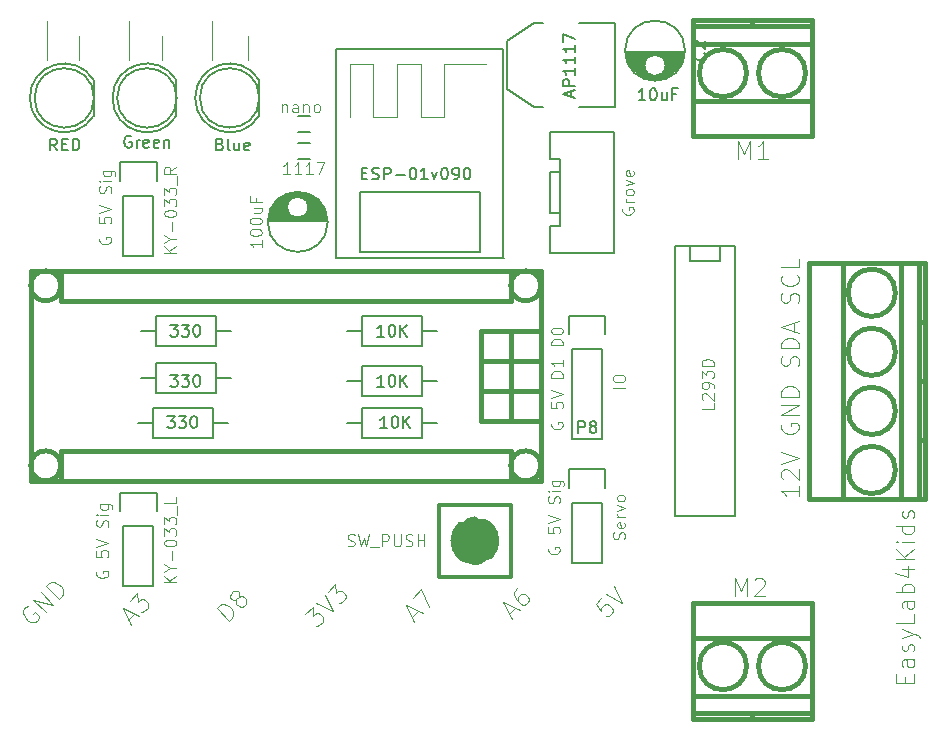
<source format=gto>
G04 #@! TF.FileFunction,Legend,Top*
%FSLAX46Y46*%
G04 Gerber Fmt 4.6, Leading zero omitted, Abs format (unit mm)*
G04 Created by KiCad (PCBNEW 4.0.3-stable) date 01/10/17 16:40:44*
%MOMM*%
%LPD*%
G01*
G04 APERTURE LIST*
%ADD10C,0.100000*%
%ADD11C,0.381000*%
%ADD12C,0.150000*%
%ADD13C,0.304800*%
%ADD14C,2.540000*%
%ADD15C,0.152400*%
G04 APERTURE END LIST*
D10*
X63857143Y-56452381D02*
X63285714Y-56452381D01*
X63571428Y-56452381D02*
X63571428Y-55452381D01*
X63476190Y-55595238D01*
X63380952Y-55690476D01*
X63285714Y-55738095D01*
X64809524Y-56452381D02*
X64238095Y-56452381D01*
X64523809Y-56452381D02*
X64523809Y-55452381D01*
X64428571Y-55595238D01*
X64333333Y-55690476D01*
X64238095Y-55738095D01*
X65761905Y-56452381D02*
X65190476Y-56452381D01*
X65476190Y-56452381D02*
X65476190Y-55452381D01*
X65380952Y-55595238D01*
X65285714Y-55690476D01*
X65190476Y-55738095D01*
X66095238Y-55452381D02*
X66761905Y-55452381D01*
X66333333Y-56452381D01*
X63178571Y-50535714D02*
X63178571Y-51202381D01*
X63178571Y-50630952D02*
X63226190Y-50583333D01*
X63321428Y-50535714D01*
X63464286Y-50535714D01*
X63559524Y-50583333D01*
X63607143Y-50678571D01*
X63607143Y-51202381D01*
X64511905Y-51202381D02*
X64511905Y-50678571D01*
X64464286Y-50583333D01*
X64369048Y-50535714D01*
X64178571Y-50535714D01*
X64083333Y-50583333D01*
X64511905Y-51154762D02*
X64416667Y-51202381D01*
X64178571Y-51202381D01*
X64083333Y-51154762D01*
X64035714Y-51059524D01*
X64035714Y-50964286D01*
X64083333Y-50869048D01*
X64178571Y-50821429D01*
X64416667Y-50821429D01*
X64511905Y-50773810D01*
X64988095Y-50535714D02*
X64988095Y-51202381D01*
X64988095Y-50630952D02*
X65035714Y-50583333D01*
X65130952Y-50535714D01*
X65273810Y-50535714D01*
X65369048Y-50583333D01*
X65416667Y-50678571D01*
X65416667Y-51202381D01*
X66035714Y-51202381D02*
X65940476Y-51154762D01*
X65892857Y-51107143D01*
X65845238Y-51011905D01*
X65845238Y-50726190D01*
X65892857Y-50630952D01*
X65940476Y-50583333D01*
X66035714Y-50535714D01*
X66178572Y-50535714D01*
X66273810Y-50583333D01*
X66321429Y-50630952D01*
X66369048Y-50726190D01*
X66369048Y-51011905D01*
X66321429Y-51107143D01*
X66273810Y-51154762D01*
X66178572Y-51202381D01*
X66035714Y-51202381D01*
X57250000Y-46750000D02*
X57250000Y-43500000D01*
X60250000Y-44750000D02*
X60250000Y-46750000D01*
X53000000Y-44750000D02*
X53000000Y-46750000D01*
X50250000Y-46750000D02*
X50250000Y-43500000D01*
X46000000Y-46250000D02*
X46000000Y-46750000D01*
X46000000Y-44750000D02*
X46000000Y-46250000D01*
X43250000Y-46750000D02*
X43250000Y-43500000D01*
X106928571Y-82857142D02*
X106928571Y-83714285D01*
X106928571Y-83285713D02*
X105428571Y-83285713D01*
X105642857Y-83428570D01*
X105785714Y-83571428D01*
X105857143Y-83714285D01*
X105571429Y-82285714D02*
X105500000Y-82214285D01*
X105428571Y-82071428D01*
X105428571Y-81714285D01*
X105500000Y-81571428D01*
X105571429Y-81499999D01*
X105714286Y-81428571D01*
X105857143Y-81428571D01*
X106071429Y-81499999D01*
X106928571Y-82357142D01*
X106928571Y-81428571D01*
X105428571Y-81000000D02*
X106928571Y-80500000D01*
X105428571Y-80000000D01*
X105500000Y-77571429D02*
X105428571Y-77714286D01*
X105428571Y-77928572D01*
X105500000Y-78142857D01*
X105642857Y-78285715D01*
X105785714Y-78357143D01*
X106071429Y-78428572D01*
X106285714Y-78428572D01*
X106571429Y-78357143D01*
X106714286Y-78285715D01*
X106857143Y-78142857D01*
X106928571Y-77928572D01*
X106928571Y-77785715D01*
X106857143Y-77571429D01*
X106785714Y-77500000D01*
X106285714Y-77500000D01*
X106285714Y-77785715D01*
X106928571Y-76857143D02*
X105428571Y-76857143D01*
X106928571Y-76000000D01*
X105428571Y-76000000D01*
X106928571Y-75285714D02*
X105428571Y-75285714D01*
X105428571Y-74928571D01*
X105500000Y-74714286D01*
X105642857Y-74571428D01*
X105785714Y-74500000D01*
X106071429Y-74428571D01*
X106285714Y-74428571D01*
X106571429Y-74500000D01*
X106714286Y-74571428D01*
X106857143Y-74714286D01*
X106928571Y-74928571D01*
X106928571Y-75285714D01*
X106857143Y-72714286D02*
X106928571Y-72500000D01*
X106928571Y-72142857D01*
X106857143Y-72000000D01*
X106785714Y-71928571D01*
X106642857Y-71857143D01*
X106500000Y-71857143D01*
X106357143Y-71928571D01*
X106285714Y-72000000D01*
X106214286Y-72142857D01*
X106142857Y-72428571D01*
X106071429Y-72571429D01*
X106000000Y-72642857D01*
X105857143Y-72714286D01*
X105714286Y-72714286D01*
X105571429Y-72642857D01*
X105500000Y-72571429D01*
X105428571Y-72428571D01*
X105428571Y-72071429D01*
X105500000Y-71857143D01*
X106928571Y-71214286D02*
X105428571Y-71214286D01*
X105428571Y-70857143D01*
X105500000Y-70642858D01*
X105642857Y-70500000D01*
X105785714Y-70428572D01*
X106071429Y-70357143D01*
X106285714Y-70357143D01*
X106571429Y-70428572D01*
X106714286Y-70500000D01*
X106857143Y-70642858D01*
X106928571Y-70857143D01*
X106928571Y-71214286D01*
X106500000Y-69785715D02*
X106500000Y-69071429D01*
X106928571Y-69928572D02*
X105428571Y-69428572D01*
X106928571Y-68928572D01*
X106857143Y-67357144D02*
X106928571Y-67142858D01*
X106928571Y-66785715D01*
X106857143Y-66642858D01*
X106785714Y-66571429D01*
X106642857Y-66500001D01*
X106500000Y-66500001D01*
X106357143Y-66571429D01*
X106285714Y-66642858D01*
X106214286Y-66785715D01*
X106142857Y-67071429D01*
X106071429Y-67214287D01*
X106000000Y-67285715D01*
X105857143Y-67357144D01*
X105714286Y-67357144D01*
X105571429Y-67285715D01*
X105500000Y-67214287D01*
X105428571Y-67071429D01*
X105428571Y-66714287D01*
X105500000Y-66500001D01*
X106785714Y-65000001D02*
X106857143Y-65071430D01*
X106928571Y-65285716D01*
X106928571Y-65428573D01*
X106857143Y-65642858D01*
X106714286Y-65785716D01*
X106571429Y-65857144D01*
X106285714Y-65928573D01*
X106071429Y-65928573D01*
X105785714Y-65857144D01*
X105642857Y-65785716D01*
X105500000Y-65642858D01*
X105428571Y-65428573D01*
X105428571Y-65285716D01*
X105500000Y-65071430D01*
X105571429Y-65000001D01*
X106928571Y-63642858D02*
X106928571Y-64357144D01*
X105428571Y-64357144D01*
X90217132Y-92371192D02*
X89712056Y-92876268D01*
X90166624Y-93431852D01*
X90166625Y-93330837D01*
X90217132Y-93179314D01*
X90469671Y-92926776D01*
X90621194Y-92876269D01*
X90722209Y-92876268D01*
X90873731Y-92926776D01*
X91126269Y-93179314D01*
X91176777Y-93330837D01*
X91176777Y-93431852D01*
X91126269Y-93583375D01*
X90873731Y-93835913D01*
X90722209Y-93886421D01*
X90621193Y-93886421D01*
X90570685Y-92017639D02*
X91984899Y-92724746D01*
X91277792Y-91310532D01*
X82419163Y-93684391D02*
X82924239Y-93179314D01*
X82621193Y-94088451D02*
X81914086Y-92674238D01*
X83328300Y-93381345D01*
X83075762Y-91512562D02*
X82873731Y-91714593D01*
X82823224Y-91866116D01*
X82823224Y-91967132D01*
X82873731Y-92219669D01*
X83025254Y-92472208D01*
X83429315Y-92876269D01*
X83580838Y-92926776D01*
X83681853Y-92926777D01*
X83833376Y-92876268D01*
X84035407Y-92674238D01*
X84085914Y-92522715D01*
X84085914Y-92421700D01*
X84035407Y-92270177D01*
X83782868Y-92017639D01*
X83631346Y-91967131D01*
X83530331Y-91967132D01*
X83378808Y-92017639D01*
X83176777Y-92219669D01*
X83126269Y-92371193D01*
X83126269Y-92472207D01*
X83176777Y-92623731D01*
X58696955Y-94262690D02*
X57636294Y-93202030D01*
X57888833Y-92949491D01*
X58090863Y-92848477D01*
X58292894Y-92848476D01*
X58444416Y-92898984D01*
X58696955Y-93050507D01*
X58848478Y-93202030D01*
X59000001Y-93454569D01*
X59050509Y-93606091D01*
X59050508Y-93808122D01*
X58949493Y-94010152D01*
X58696955Y-94262690D01*
X59303047Y-92444416D02*
X59151523Y-92494924D01*
X59050508Y-92494923D01*
X58898985Y-92444416D01*
X58848478Y-92393908D01*
X58797970Y-92242385D01*
X58797970Y-92141370D01*
X58848478Y-91989846D01*
X59050508Y-91787816D01*
X59202031Y-91737309D01*
X59303047Y-91737309D01*
X59454569Y-91787817D01*
X59505076Y-91838324D01*
X59555584Y-91989846D01*
X59555584Y-92090862D01*
X59505077Y-92242385D01*
X59303047Y-92444416D01*
X59252538Y-92595939D01*
X59252539Y-92696954D01*
X59303046Y-92848477D01*
X59505076Y-93050507D01*
X59656600Y-93101014D01*
X59757615Y-93101015D01*
X59909138Y-93050507D01*
X60111168Y-92848476D01*
X60161676Y-92696954D01*
X60161676Y-92595938D01*
X60111168Y-92444416D01*
X59909138Y-92242385D01*
X59757615Y-92191877D01*
X59656600Y-92191877D01*
X59505077Y-92242385D01*
X41661548Y-93027792D02*
X41510025Y-93078299D01*
X41358502Y-93229822D01*
X41257487Y-93431852D01*
X41257487Y-93633883D01*
X41307995Y-93785406D01*
X41459518Y-94037945D01*
X41611040Y-94189467D01*
X41863579Y-94340990D01*
X42015101Y-94391498D01*
X42217132Y-94391497D01*
X42419162Y-94290482D01*
X42520177Y-94189467D01*
X42621193Y-93987437D01*
X42621193Y-93886421D01*
X42267640Y-93532868D01*
X42065609Y-93734899D01*
X43176777Y-93532868D02*
X42116117Y-92472207D01*
X43782868Y-92926776D01*
X42722208Y-91866116D01*
X44287945Y-92421700D02*
X43227285Y-91361039D01*
X43479823Y-91108501D01*
X43681853Y-91007487D01*
X43883884Y-91007486D01*
X44035407Y-91057994D01*
X44287946Y-91209517D01*
X44439468Y-91361039D01*
X44590991Y-91613578D01*
X44641499Y-91765101D01*
X44641498Y-91967132D01*
X44540483Y-92169161D01*
X44287945Y-92421700D01*
X74169163Y-93934391D02*
X74674239Y-93429314D01*
X74371193Y-94338451D02*
X73664086Y-92924238D01*
X75078300Y-93631345D01*
X74270178Y-92318146D02*
X74977285Y-91611039D01*
X75583376Y-93126268D01*
X50169163Y-94184391D02*
X50674239Y-93679314D01*
X50371193Y-94588451D02*
X49664086Y-93174238D01*
X51078300Y-93881345D01*
X50270178Y-92568146D02*
X50926777Y-91911547D01*
X50977285Y-92669162D01*
X51128808Y-92517639D01*
X51280331Y-92467132D01*
X51381346Y-92467131D01*
X51532868Y-92517639D01*
X51785407Y-92770177D01*
X51835914Y-92921700D01*
X51835914Y-93022715D01*
X51785407Y-93174238D01*
X51482360Y-93477284D01*
X51330838Y-93527792D01*
X51229823Y-93527791D01*
X65105964Y-93732360D02*
X65762563Y-93075761D01*
X65813071Y-93833376D01*
X65964594Y-93681852D01*
X66116117Y-93631345D01*
X66217132Y-93631345D01*
X66368655Y-93681852D01*
X66621193Y-93934391D01*
X66671701Y-94085913D01*
X66671701Y-94186929D01*
X66621193Y-94338451D01*
X66318147Y-94641497D01*
X66166624Y-94692005D01*
X66065609Y-94692005D01*
X66065609Y-92772715D02*
X67479822Y-93479822D01*
X66772715Y-92065609D01*
X67025254Y-91813070D02*
X67681852Y-91156472D01*
X67732360Y-91914086D01*
X67883883Y-91762563D01*
X68035407Y-91712056D01*
X68136422Y-91712055D01*
X68287944Y-91762563D01*
X68540482Y-92015101D01*
X68590990Y-92166624D01*
X68590990Y-92267640D01*
X68540482Y-92419162D01*
X68237436Y-92722208D01*
X68085914Y-92772716D01*
X67984899Y-92772715D01*
X86000000Y-77488095D02*
X85952381Y-77583333D01*
X85952381Y-77726190D01*
X86000000Y-77869048D01*
X86095238Y-77964286D01*
X86190476Y-78011905D01*
X86380952Y-78059524D01*
X86523810Y-78059524D01*
X86714286Y-78011905D01*
X86809524Y-77964286D01*
X86904762Y-77869048D01*
X86952381Y-77726190D01*
X86952381Y-77630952D01*
X86904762Y-77488095D01*
X86857143Y-77440476D01*
X86523810Y-77440476D01*
X86523810Y-77630952D01*
X85952381Y-75773809D02*
X85952381Y-76250000D01*
X86428571Y-76297619D01*
X86380952Y-76250000D01*
X86333333Y-76154762D01*
X86333333Y-75916666D01*
X86380952Y-75821428D01*
X86428571Y-75773809D01*
X86523810Y-75726190D01*
X86761905Y-75726190D01*
X86857143Y-75773809D01*
X86904762Y-75821428D01*
X86952381Y-75916666D01*
X86952381Y-76154762D01*
X86904762Y-76250000D01*
X86857143Y-76297619D01*
X85952381Y-75440476D02*
X86952381Y-75107143D01*
X85952381Y-74773809D01*
X86952381Y-73678571D02*
X85952381Y-73678571D01*
X85952381Y-73440476D01*
X86000000Y-73297618D01*
X86095238Y-73202380D01*
X86190476Y-73154761D01*
X86380952Y-73107142D01*
X86523810Y-73107142D01*
X86714286Y-73154761D01*
X86809524Y-73202380D01*
X86904762Y-73297618D01*
X86952381Y-73440476D01*
X86952381Y-73678571D01*
X86952381Y-72154761D02*
X86952381Y-72726190D01*
X86952381Y-72440476D02*
X85952381Y-72440476D01*
X86095238Y-72535714D01*
X86190476Y-72630952D01*
X86238095Y-72726190D01*
X86952381Y-70964285D02*
X85952381Y-70964285D01*
X85952381Y-70726190D01*
X86000000Y-70583332D01*
X86095238Y-70488094D01*
X86190476Y-70440475D01*
X86380952Y-70392856D01*
X86523810Y-70392856D01*
X86714286Y-70440475D01*
X86809524Y-70488094D01*
X86904762Y-70583332D01*
X86952381Y-70726190D01*
X86952381Y-70964285D01*
X85952381Y-69773809D02*
X85952381Y-69678570D01*
X86000000Y-69583332D01*
X86047619Y-69535713D01*
X86142857Y-69488094D01*
X86333333Y-69440475D01*
X86571429Y-69440475D01*
X86761905Y-69488094D01*
X86857143Y-69535713D01*
X86904762Y-69583332D01*
X86952381Y-69678570D01*
X86952381Y-69773809D01*
X86904762Y-69869047D01*
X86857143Y-69916666D01*
X86761905Y-69964285D01*
X86571429Y-70011904D01*
X86333333Y-70011904D01*
X86142857Y-69964285D01*
X86047619Y-69916666D01*
X86000000Y-69869047D01*
X85952381Y-69773809D01*
X85750000Y-88071428D02*
X85702381Y-88166666D01*
X85702381Y-88309523D01*
X85750000Y-88452381D01*
X85845238Y-88547619D01*
X85940476Y-88595238D01*
X86130952Y-88642857D01*
X86273810Y-88642857D01*
X86464286Y-88595238D01*
X86559524Y-88547619D01*
X86654762Y-88452381D01*
X86702381Y-88309523D01*
X86702381Y-88214285D01*
X86654762Y-88071428D01*
X86607143Y-88023809D01*
X86273810Y-88023809D01*
X86273810Y-88214285D01*
X85702381Y-86357142D02*
X85702381Y-86833333D01*
X86178571Y-86880952D01*
X86130952Y-86833333D01*
X86083333Y-86738095D01*
X86083333Y-86499999D01*
X86130952Y-86404761D01*
X86178571Y-86357142D01*
X86273810Y-86309523D01*
X86511905Y-86309523D01*
X86607143Y-86357142D01*
X86654762Y-86404761D01*
X86702381Y-86499999D01*
X86702381Y-86738095D01*
X86654762Y-86833333D01*
X86607143Y-86880952D01*
X85702381Y-86023809D02*
X86702381Y-85690476D01*
X85702381Y-85357142D01*
X86654762Y-84309523D02*
X86702381Y-84166666D01*
X86702381Y-83928570D01*
X86654762Y-83833332D01*
X86607143Y-83785713D01*
X86511905Y-83738094D01*
X86416667Y-83738094D01*
X86321429Y-83785713D01*
X86273810Y-83833332D01*
X86226190Y-83928570D01*
X86178571Y-84119047D01*
X86130952Y-84214285D01*
X86083333Y-84261904D01*
X85988095Y-84309523D01*
X85892857Y-84309523D01*
X85797619Y-84261904D01*
X85750000Y-84214285D01*
X85702381Y-84119047D01*
X85702381Y-83880951D01*
X85750000Y-83738094D01*
X86702381Y-83309523D02*
X86035714Y-83309523D01*
X85702381Y-83309523D02*
X85750000Y-83357142D01*
X85797619Y-83309523D01*
X85750000Y-83261904D01*
X85702381Y-83309523D01*
X85797619Y-83309523D01*
X86035714Y-82404761D02*
X86845238Y-82404761D01*
X86940476Y-82452380D01*
X86988095Y-82499999D01*
X87035714Y-82595238D01*
X87035714Y-82738095D01*
X86988095Y-82833333D01*
X86654762Y-82404761D02*
X86702381Y-82499999D01*
X86702381Y-82690476D01*
X86654762Y-82785714D01*
X86607143Y-82833333D01*
X86511905Y-82880952D01*
X86226190Y-82880952D01*
X86130952Y-82833333D01*
X86083333Y-82785714D01*
X86035714Y-82690476D01*
X86035714Y-82499999D01*
X86083333Y-82404761D01*
X47500000Y-90071428D02*
X47452381Y-90166666D01*
X47452381Y-90309523D01*
X47500000Y-90452381D01*
X47595238Y-90547619D01*
X47690476Y-90595238D01*
X47880952Y-90642857D01*
X48023810Y-90642857D01*
X48214286Y-90595238D01*
X48309524Y-90547619D01*
X48404762Y-90452381D01*
X48452381Y-90309523D01*
X48452381Y-90214285D01*
X48404762Y-90071428D01*
X48357143Y-90023809D01*
X48023810Y-90023809D01*
X48023810Y-90214285D01*
X47452381Y-88357142D02*
X47452381Y-88833333D01*
X47928571Y-88880952D01*
X47880952Y-88833333D01*
X47833333Y-88738095D01*
X47833333Y-88499999D01*
X47880952Y-88404761D01*
X47928571Y-88357142D01*
X48023810Y-88309523D01*
X48261905Y-88309523D01*
X48357143Y-88357142D01*
X48404762Y-88404761D01*
X48452381Y-88499999D01*
X48452381Y-88738095D01*
X48404762Y-88833333D01*
X48357143Y-88880952D01*
X47452381Y-88023809D02*
X48452381Y-87690476D01*
X47452381Y-87357142D01*
X48404762Y-86309523D02*
X48452381Y-86166666D01*
X48452381Y-85928570D01*
X48404762Y-85833332D01*
X48357143Y-85785713D01*
X48261905Y-85738094D01*
X48166667Y-85738094D01*
X48071429Y-85785713D01*
X48023810Y-85833332D01*
X47976190Y-85928570D01*
X47928571Y-86119047D01*
X47880952Y-86214285D01*
X47833333Y-86261904D01*
X47738095Y-86309523D01*
X47642857Y-86309523D01*
X47547619Y-86261904D01*
X47500000Y-86214285D01*
X47452381Y-86119047D01*
X47452381Y-85880951D01*
X47500000Y-85738094D01*
X48452381Y-85309523D02*
X47785714Y-85309523D01*
X47452381Y-85309523D02*
X47500000Y-85357142D01*
X47547619Y-85309523D01*
X47500000Y-85261904D01*
X47452381Y-85309523D01*
X47547619Y-85309523D01*
X47785714Y-84404761D02*
X48595238Y-84404761D01*
X48690476Y-84452380D01*
X48738095Y-84499999D01*
X48785714Y-84595238D01*
X48785714Y-84738095D01*
X48738095Y-84833333D01*
X48404762Y-84404761D02*
X48452381Y-84499999D01*
X48452381Y-84690476D01*
X48404762Y-84785714D01*
X48357143Y-84833333D01*
X48261905Y-84880952D01*
X47976190Y-84880952D01*
X47880952Y-84833333D01*
X47833333Y-84785714D01*
X47785714Y-84690476D01*
X47785714Y-84499999D01*
X47833333Y-84404761D01*
X47750000Y-61821428D02*
X47702381Y-61916666D01*
X47702381Y-62059523D01*
X47750000Y-62202381D01*
X47845238Y-62297619D01*
X47940476Y-62345238D01*
X48130952Y-62392857D01*
X48273810Y-62392857D01*
X48464286Y-62345238D01*
X48559524Y-62297619D01*
X48654762Y-62202381D01*
X48702381Y-62059523D01*
X48702381Y-61964285D01*
X48654762Y-61821428D01*
X48607143Y-61773809D01*
X48273810Y-61773809D01*
X48273810Y-61964285D01*
X47702381Y-60107142D02*
X47702381Y-60583333D01*
X48178571Y-60630952D01*
X48130952Y-60583333D01*
X48083333Y-60488095D01*
X48083333Y-60249999D01*
X48130952Y-60154761D01*
X48178571Y-60107142D01*
X48273810Y-60059523D01*
X48511905Y-60059523D01*
X48607143Y-60107142D01*
X48654762Y-60154761D01*
X48702381Y-60249999D01*
X48702381Y-60488095D01*
X48654762Y-60583333D01*
X48607143Y-60630952D01*
X47702381Y-59773809D02*
X48702381Y-59440476D01*
X47702381Y-59107142D01*
X48654762Y-58059523D02*
X48702381Y-57916666D01*
X48702381Y-57678570D01*
X48654762Y-57583332D01*
X48607143Y-57535713D01*
X48511905Y-57488094D01*
X48416667Y-57488094D01*
X48321429Y-57535713D01*
X48273810Y-57583332D01*
X48226190Y-57678570D01*
X48178571Y-57869047D01*
X48130952Y-57964285D01*
X48083333Y-58011904D01*
X47988095Y-58059523D01*
X47892857Y-58059523D01*
X47797619Y-58011904D01*
X47750000Y-57964285D01*
X47702381Y-57869047D01*
X47702381Y-57630951D01*
X47750000Y-57488094D01*
X48702381Y-57059523D02*
X48035714Y-57059523D01*
X47702381Y-57059523D02*
X47750000Y-57107142D01*
X47797619Y-57059523D01*
X47750000Y-57011904D01*
X47702381Y-57059523D01*
X47797619Y-57059523D01*
X48035714Y-56154761D02*
X48845238Y-56154761D01*
X48940476Y-56202380D01*
X48988095Y-56249999D01*
X49035714Y-56345238D01*
X49035714Y-56488095D01*
X48988095Y-56583333D01*
X48654762Y-56154761D02*
X48702381Y-56249999D01*
X48702381Y-56440476D01*
X48654762Y-56535714D01*
X48607143Y-56583333D01*
X48511905Y-56630952D01*
X48226190Y-56630952D01*
X48130952Y-56583333D01*
X48083333Y-56535714D01*
X48035714Y-56440476D01*
X48035714Y-56249999D01*
X48083333Y-56154761D01*
X115892857Y-99500000D02*
X115892857Y-99000000D01*
X116678571Y-98785714D02*
X116678571Y-99500000D01*
X115178571Y-99500000D01*
X115178571Y-98785714D01*
X116678571Y-97500000D02*
X115892857Y-97500000D01*
X115750000Y-97571429D01*
X115678571Y-97714286D01*
X115678571Y-98000000D01*
X115750000Y-98142857D01*
X116607143Y-97500000D02*
X116678571Y-97642857D01*
X116678571Y-98000000D01*
X116607143Y-98142857D01*
X116464286Y-98214286D01*
X116321429Y-98214286D01*
X116178571Y-98142857D01*
X116107143Y-98000000D01*
X116107143Y-97642857D01*
X116035714Y-97500000D01*
X116607143Y-96857143D02*
X116678571Y-96714286D01*
X116678571Y-96428571D01*
X116607143Y-96285714D01*
X116464286Y-96214286D01*
X116392857Y-96214286D01*
X116250000Y-96285714D01*
X116178571Y-96428571D01*
X116178571Y-96642857D01*
X116107143Y-96785714D01*
X115964286Y-96857143D01*
X115892857Y-96857143D01*
X115750000Y-96785714D01*
X115678571Y-96642857D01*
X115678571Y-96428571D01*
X115750000Y-96285714D01*
X115678571Y-95714285D02*
X116678571Y-95357142D01*
X115678571Y-95000000D02*
X116678571Y-95357142D01*
X117035714Y-95500000D01*
X117107143Y-95571428D01*
X117178571Y-95714285D01*
X116678571Y-93714285D02*
X116678571Y-94428571D01*
X115178571Y-94428571D01*
X116678571Y-92571428D02*
X115892857Y-92571428D01*
X115750000Y-92642857D01*
X115678571Y-92785714D01*
X115678571Y-93071428D01*
X115750000Y-93214285D01*
X116607143Y-92571428D02*
X116678571Y-92714285D01*
X116678571Y-93071428D01*
X116607143Y-93214285D01*
X116464286Y-93285714D01*
X116321429Y-93285714D01*
X116178571Y-93214285D01*
X116107143Y-93071428D01*
X116107143Y-92714285D01*
X116035714Y-92571428D01*
X116678571Y-91857142D02*
X115178571Y-91857142D01*
X115750000Y-91857142D02*
X115678571Y-91714285D01*
X115678571Y-91428571D01*
X115750000Y-91285714D01*
X115821429Y-91214285D01*
X115964286Y-91142856D01*
X116392857Y-91142856D01*
X116535714Y-91214285D01*
X116607143Y-91285714D01*
X116678571Y-91428571D01*
X116678571Y-91714285D01*
X116607143Y-91857142D01*
X115678571Y-89857142D02*
X116678571Y-89857142D01*
X115107143Y-90214285D02*
X116178571Y-90571428D01*
X116178571Y-89642856D01*
X116678571Y-89071428D02*
X115178571Y-89071428D01*
X116678571Y-88214285D02*
X115821429Y-88857142D01*
X115178571Y-88214285D02*
X116035714Y-89071428D01*
X116678571Y-87571428D02*
X115678571Y-87571428D01*
X115178571Y-87571428D02*
X115250000Y-87642857D01*
X115321429Y-87571428D01*
X115250000Y-87500000D01*
X115178571Y-87571428D01*
X115321429Y-87571428D01*
X116678571Y-86214285D02*
X115178571Y-86214285D01*
X116607143Y-86214285D02*
X116678571Y-86357142D01*
X116678571Y-86642856D01*
X116607143Y-86785714D01*
X116535714Y-86857142D01*
X116392857Y-86928571D01*
X115964286Y-86928571D01*
X115821429Y-86857142D01*
X115750000Y-86785714D01*
X115678571Y-86642856D01*
X115678571Y-86357142D01*
X115750000Y-86214285D01*
X116607143Y-85571428D02*
X116678571Y-85428571D01*
X116678571Y-85142856D01*
X116607143Y-84999999D01*
X116464286Y-84928571D01*
X116392857Y-84928571D01*
X116250000Y-84999999D01*
X116178571Y-85142856D01*
X116178571Y-85357142D01*
X116107143Y-85499999D01*
X115964286Y-85571428D01*
X115892857Y-85571428D01*
X115750000Y-85499999D01*
X115678571Y-85357142D01*
X115678571Y-85142856D01*
X115750000Y-84999999D01*
D11*
X79990500Y-74800500D02*
X85070500Y-74800500D01*
X79990500Y-72260500D02*
X85070500Y-72260500D01*
X82530500Y-77340500D02*
X82530500Y-69720500D01*
X85070500Y-77340500D02*
X79990500Y-77340500D01*
X79990500Y-77340500D02*
X79990500Y-69720500D01*
X79990500Y-69720500D02*
X85070500Y-69720500D01*
X41890500Y-82420500D02*
X85070500Y-82420500D01*
X85070500Y-64640500D02*
X41890500Y-64640500D01*
X85070500Y-64640500D02*
X85070500Y-82420500D01*
X41890500Y-64640500D02*
X41890500Y-82420500D01*
X85070500Y-81150500D02*
G75*
G03X85070500Y-81150500I-1270000J0D01*
G01*
X85070500Y-65910500D02*
G75*
G03X85070500Y-65910500I-1270000J0D01*
G01*
X44430500Y-81150500D02*
G75*
G03X44430500Y-81150500I-1270000J0D01*
G01*
X44430500Y-65910500D02*
G75*
G03X44430500Y-65910500I-1270000J0D01*
G01*
X44430500Y-79880500D02*
X82530500Y-79880500D01*
X82530500Y-67180500D02*
X44430500Y-67180500D01*
X44430500Y-64640500D02*
X44430500Y-67180500D01*
X44430500Y-79880500D02*
X44430500Y-82420500D01*
X82530500Y-82420500D02*
X82530500Y-79880500D01*
X82530500Y-64640500D02*
X82530500Y-67180500D01*
D12*
X49730000Y-86270000D02*
X49730000Y-91350000D01*
X49730000Y-91350000D02*
X52270000Y-91350000D01*
X52270000Y-91350000D02*
X52270000Y-86270000D01*
X52550000Y-83450000D02*
X52550000Y-85000000D01*
X52270000Y-86270000D02*
X49730000Y-86270000D01*
X49450000Y-85000000D02*
X49450000Y-83450000D01*
X49450000Y-83450000D02*
X52550000Y-83450000D01*
X47214888Y-48475096D02*
G75*
G03X47230000Y-51500000I-2484888J-1524904D01*
G01*
X47230000Y-48500000D02*
X47230000Y-51500000D01*
X47247936Y-50000000D02*
G75*
G03X47247936Y-50000000I-2517936J0D01*
G01*
X54214888Y-48475096D02*
G75*
G03X54230000Y-51500000I-2484888J-1524904D01*
G01*
X54230000Y-48500000D02*
X54230000Y-51500000D01*
X54247936Y-50000000D02*
G75*
G03X54247936Y-50000000I-2517936J0D01*
G01*
X61214888Y-48475096D02*
G75*
G03X61230000Y-51500000I-2484888J-1524904D01*
G01*
X61230000Y-48500000D02*
X61230000Y-51500000D01*
X61247936Y-50000000D02*
G75*
G03X61247936Y-50000000I-2517936J0D01*
G01*
X87730000Y-84270000D02*
X87730000Y-89350000D01*
X87730000Y-89350000D02*
X90270000Y-89350000D01*
X90270000Y-89350000D02*
X90270000Y-84270000D01*
X90550000Y-81450000D02*
X90550000Y-83000000D01*
X90270000Y-84270000D02*
X87730000Y-84270000D01*
X87450000Y-83000000D02*
X87450000Y-81450000D01*
X87450000Y-81450000D02*
X90550000Y-81450000D01*
X87730000Y-71270000D02*
X87730000Y-78890000D01*
X90270000Y-71270000D02*
X90270000Y-78890000D01*
X90550000Y-68450000D02*
X90550000Y-70000000D01*
X87730000Y-78890000D02*
X90270000Y-78890000D01*
X90270000Y-71270000D02*
X87730000Y-71270000D01*
X87450000Y-70000000D02*
X87450000Y-68450000D01*
X87450000Y-68450000D02*
X90550000Y-68450000D01*
D11*
X103000000Y-43900000D02*
X103000000Y-43400000D01*
X102500000Y-47900000D02*
G75*
G03X102500000Y-47900000I-2000000J0D01*
G01*
X107500000Y-47900000D02*
G75*
G03X107500000Y-47900000I-2000000J0D01*
G01*
X108000000Y-45400000D02*
X98000000Y-45400000D01*
X108000000Y-50300000D02*
X98000000Y-50300000D01*
X108000000Y-43900000D02*
X98000000Y-43900000D01*
X108000000Y-43400000D02*
X98000000Y-43400000D01*
X98000000Y-43400000D02*
X98000000Y-53200000D01*
X98000000Y-53200000D02*
X108000000Y-53200000D01*
X108000000Y-53200000D02*
X108000000Y-43400000D01*
X103000000Y-102100000D02*
X103000000Y-102600000D01*
X107500000Y-98100000D02*
G75*
G03X107500000Y-98100000I-2000000J0D01*
G01*
X102500000Y-98100000D02*
G75*
G03X102500000Y-98100000I-2000000J0D01*
G01*
X98000000Y-100600000D02*
X108000000Y-100600000D01*
X98000000Y-95700000D02*
X108000000Y-95700000D01*
X98000000Y-102100000D02*
X108000000Y-102100000D01*
X98000000Y-102600000D02*
X108000000Y-102600000D01*
X108000000Y-102600000D02*
X108000000Y-92800000D01*
X108000000Y-92800000D02*
X98000000Y-92800000D01*
X98000000Y-92800000D02*
X98000000Y-102600000D01*
D12*
X75040000Y-78770000D02*
X69960000Y-78770000D01*
X69960000Y-78770000D02*
X69960000Y-76230000D01*
X69960000Y-76230000D02*
X75040000Y-76230000D01*
X75040000Y-76230000D02*
X75040000Y-78770000D01*
X75040000Y-77500000D02*
X76310000Y-77500000D01*
X69960000Y-77500000D02*
X68690000Y-77500000D01*
X57540000Y-71020000D02*
X52460000Y-71020000D01*
X52460000Y-71020000D02*
X52460000Y-68480000D01*
X52460000Y-68480000D02*
X57540000Y-68480000D01*
X57540000Y-68480000D02*
X57540000Y-71020000D01*
X57540000Y-69750000D02*
X58810000Y-69750000D01*
X52460000Y-69750000D02*
X51190000Y-69750000D01*
X57540000Y-75020000D02*
X52460000Y-75020000D01*
X52460000Y-75020000D02*
X52460000Y-72480000D01*
X52460000Y-72480000D02*
X57540000Y-72480000D01*
X57540000Y-72480000D02*
X57540000Y-75020000D01*
X57540000Y-73750000D02*
X58810000Y-73750000D01*
X52460000Y-73750000D02*
X51190000Y-73750000D01*
X57290000Y-78770000D02*
X52210000Y-78770000D01*
X52210000Y-78770000D02*
X52210000Y-76230000D01*
X52210000Y-76230000D02*
X57290000Y-76230000D01*
X57290000Y-76230000D02*
X57290000Y-78770000D01*
X57290000Y-77500000D02*
X58560000Y-77500000D01*
X52210000Y-77500000D02*
X50940000Y-77500000D01*
X69960000Y-72730000D02*
X75040000Y-72730000D01*
X75040000Y-72730000D02*
X75040000Y-75270000D01*
X75040000Y-75270000D02*
X69960000Y-75270000D01*
X69960000Y-75270000D02*
X69960000Y-72730000D01*
X69960000Y-74000000D02*
X68690000Y-74000000D01*
X75040000Y-74000000D02*
X76310000Y-74000000D01*
X69960000Y-68480000D02*
X75040000Y-68480000D01*
X75040000Y-68480000D02*
X75040000Y-71020000D01*
X75040000Y-71020000D02*
X69960000Y-71020000D01*
X69960000Y-71020000D02*
X69960000Y-68480000D01*
X69960000Y-69750000D02*
X68690000Y-69750000D01*
X75040000Y-69750000D02*
X76310000Y-69750000D01*
D13*
X82548000Y-84452000D02*
X82548000Y-90548000D01*
X82548000Y-90548000D02*
X76452000Y-90548000D01*
X76452000Y-90548000D02*
X76452000Y-84452000D01*
X76452000Y-84452000D02*
X82548000Y-84452000D01*
D14*
X80303219Y-87500000D02*
G75*
G03X80303219Y-87500000I-803219J0D01*
G01*
D12*
X49730000Y-58270000D02*
X49730000Y-63350000D01*
X49730000Y-63350000D02*
X52270000Y-63350000D01*
X52270000Y-63350000D02*
X52270000Y-58270000D01*
X52550000Y-55450000D02*
X52550000Y-57000000D01*
X52270000Y-58270000D02*
X49730000Y-58270000D01*
X49450000Y-57000000D02*
X49450000Y-55450000D01*
X49450000Y-55450000D02*
X52550000Y-55450000D01*
X100270000Y-62570000D02*
X100270000Y-62570000D01*
X100270000Y-62570000D02*
X100270000Y-63840000D01*
X100270000Y-63840000D02*
X97730000Y-63840000D01*
X97730000Y-63840000D02*
X97730000Y-62570000D01*
X101540000Y-62570000D02*
X101540000Y-85430000D01*
X101540000Y-85430000D02*
X96460000Y-85430000D01*
X96460000Y-85430000D02*
X96460000Y-62570000D01*
X96460000Y-62570000D02*
X101540000Y-62570000D01*
D11*
X117100000Y-69000000D02*
X117600000Y-69000000D01*
X115100000Y-66500000D02*
G75*
G03X115100000Y-66500000I-2000000J0D01*
G01*
X115100000Y-71500000D02*
G75*
G03X115100000Y-71500000I-2000000J0D01*
G01*
X117100000Y-74000000D02*
X117600000Y-74000000D01*
X117100000Y-79000000D02*
X117600000Y-79000000D01*
X115100000Y-76500000D02*
G75*
G03X115100000Y-76500000I-2000000J0D01*
G01*
X115100000Y-81500000D02*
G75*
G03X115100000Y-81500000I-2000000J0D01*
G01*
X115600000Y-84000000D02*
X115600000Y-64000000D01*
X110700000Y-84000000D02*
X110700000Y-64000000D01*
X117100000Y-84000000D02*
X117100000Y-64000000D01*
X117600000Y-84000000D02*
X117600000Y-64000000D01*
X117600000Y-64000000D02*
X107800000Y-64000000D01*
X107800000Y-64000000D02*
X107800000Y-84000000D01*
X107800000Y-84000000D02*
X117600000Y-84000000D01*
D12*
X91300000Y-56200000D02*
X91300000Y-55000000D01*
X86700000Y-56100000D02*
X86700000Y-55200000D01*
X86050000Y-55150000D02*
X86700000Y-55150000D01*
X86700000Y-56050000D02*
X86700000Y-60850000D01*
X86050000Y-63150000D02*
X85900000Y-63150000D01*
X85900000Y-63150000D02*
X85900000Y-63000000D01*
X85900000Y-61000000D02*
X85900000Y-60850000D01*
X91000000Y-63150000D02*
X91150000Y-63150000D01*
X91150000Y-63150000D02*
X91300000Y-63150000D01*
X91300000Y-63150000D02*
X91300000Y-58000000D01*
X91300000Y-53000000D02*
X91300000Y-55100000D01*
X86050000Y-55150000D02*
X85900000Y-55150000D01*
X85900000Y-55150000D02*
X85900000Y-55000000D01*
X85900000Y-53000000D02*
X85900000Y-52850000D01*
X85900000Y-52850000D02*
X86050000Y-52850000D01*
X91000000Y-52850000D02*
X91300000Y-52850000D01*
X91300000Y-52850000D02*
X91300000Y-52950000D01*
X91300000Y-52950000D02*
X91300000Y-53000000D01*
X86700000Y-56250000D02*
X85900000Y-56250000D01*
X85900000Y-56250000D02*
X85900000Y-59750000D01*
X85900000Y-59750000D02*
X86700000Y-59750000D01*
X91300000Y-56050000D02*
X91300000Y-58000000D01*
X86050000Y-52850000D02*
X91000000Y-52850000D01*
X86050000Y-63150000D02*
X91000000Y-63150000D01*
X85900000Y-60850000D02*
X86700000Y-60850000D01*
X85900000Y-53000000D02*
X85900000Y-55000000D01*
X85900000Y-61000000D02*
X85900000Y-63000000D01*
X62001000Y-60425000D02*
X66999000Y-60425000D01*
X62009000Y-60285000D02*
X66991000Y-60285000D01*
X62025000Y-60145000D02*
X64405000Y-60145000D01*
X64595000Y-60145000D02*
X66975000Y-60145000D01*
X62049000Y-60005000D02*
X64010000Y-60005000D01*
X64990000Y-60005000D02*
X66951000Y-60005000D01*
X62082000Y-59865000D02*
X63843000Y-59865000D01*
X65157000Y-59865000D02*
X66918000Y-59865000D01*
X62123000Y-59725000D02*
X63736000Y-59725000D01*
X65264000Y-59725000D02*
X66877000Y-59725000D01*
X62173000Y-59585000D02*
X63665000Y-59585000D01*
X65335000Y-59585000D02*
X66827000Y-59585000D01*
X62234000Y-59445000D02*
X63621000Y-59445000D01*
X65379000Y-59445000D02*
X66766000Y-59445000D01*
X62304000Y-59305000D02*
X63602000Y-59305000D01*
X65398000Y-59305000D02*
X66696000Y-59305000D01*
X62386000Y-59165000D02*
X63604000Y-59165000D01*
X65396000Y-59165000D02*
X66614000Y-59165000D01*
X62481000Y-59025000D02*
X63629000Y-59025000D01*
X65371000Y-59025000D02*
X66519000Y-59025000D01*
X62592000Y-58885000D02*
X63677000Y-58885000D01*
X65323000Y-58885000D02*
X66408000Y-58885000D01*
X62720000Y-58745000D02*
X63755000Y-58745000D01*
X65245000Y-58745000D02*
X66280000Y-58745000D01*
X62869000Y-58605000D02*
X63872000Y-58605000D01*
X65128000Y-58605000D02*
X66131000Y-58605000D01*
X63048000Y-58465000D02*
X64060000Y-58465000D01*
X64940000Y-58465000D02*
X65952000Y-58465000D01*
X63267000Y-58325000D02*
X65733000Y-58325000D01*
X63556000Y-58185000D02*
X65444000Y-58185000D01*
X64028000Y-58045000D02*
X64972000Y-58045000D01*
X65400000Y-59250000D02*
G75*
G03X65400000Y-59250000I-900000J0D01*
G01*
X67037500Y-60500000D02*
G75*
G03X67037500Y-60500000I-2537500J0D01*
G01*
X97249000Y-46075000D02*
X92251000Y-46075000D01*
X97241000Y-46215000D02*
X92259000Y-46215000D01*
X97225000Y-46355000D02*
X94845000Y-46355000D01*
X94655000Y-46355000D02*
X92275000Y-46355000D01*
X97201000Y-46495000D02*
X95240000Y-46495000D01*
X94260000Y-46495000D02*
X92299000Y-46495000D01*
X97168000Y-46635000D02*
X95407000Y-46635000D01*
X94093000Y-46635000D02*
X92332000Y-46635000D01*
X97127000Y-46775000D02*
X95514000Y-46775000D01*
X93986000Y-46775000D02*
X92373000Y-46775000D01*
X97077000Y-46915000D02*
X95585000Y-46915000D01*
X93915000Y-46915000D02*
X92423000Y-46915000D01*
X97016000Y-47055000D02*
X95629000Y-47055000D01*
X93871000Y-47055000D02*
X92484000Y-47055000D01*
X96946000Y-47195000D02*
X95648000Y-47195000D01*
X93852000Y-47195000D02*
X92554000Y-47195000D01*
X96864000Y-47335000D02*
X95646000Y-47335000D01*
X93854000Y-47335000D02*
X92636000Y-47335000D01*
X96769000Y-47475000D02*
X95621000Y-47475000D01*
X93879000Y-47475000D02*
X92731000Y-47475000D01*
X96658000Y-47615000D02*
X95573000Y-47615000D01*
X93927000Y-47615000D02*
X92842000Y-47615000D01*
X96530000Y-47755000D02*
X95495000Y-47755000D01*
X94005000Y-47755000D02*
X92970000Y-47755000D01*
X96381000Y-47895000D02*
X95378000Y-47895000D01*
X94122000Y-47895000D02*
X93119000Y-47895000D01*
X96202000Y-48035000D02*
X95190000Y-48035000D01*
X94310000Y-48035000D02*
X93298000Y-48035000D01*
X95983000Y-48175000D02*
X93517000Y-48175000D01*
X95694000Y-48315000D02*
X93806000Y-48315000D01*
X95222000Y-48455000D02*
X94278000Y-48455000D01*
X95650000Y-47250000D02*
G75*
G03X95650000Y-47250000I-900000J0D01*
G01*
X97287500Y-46000000D02*
G75*
G03X97287500Y-46000000I-2537500J0D01*
G01*
X64500000Y-51575000D02*
X65500000Y-51575000D01*
X65500000Y-52925000D02*
X64500000Y-52925000D01*
X65500000Y-55175000D02*
X64500000Y-55175000D01*
X64500000Y-53825000D02*
X65500000Y-53825000D01*
X88274000Y-50806000D02*
X91322000Y-50806000D01*
X91322000Y-50806000D02*
X91322000Y-43694000D01*
X91322000Y-43694000D02*
X88274000Y-43694000D01*
X85226000Y-50806000D02*
X84464000Y-50806000D01*
X84464000Y-50806000D02*
X82178000Y-49282000D01*
X82178000Y-49282000D02*
X82178000Y-45218000D01*
X82178000Y-45218000D02*
X84464000Y-43694000D01*
X84464000Y-43694000D02*
X85226000Y-43694000D01*
X81900000Y-45950000D02*
X81900000Y-63550000D01*
X67700000Y-45850000D02*
X81900000Y-45850000D01*
X67700000Y-45850000D02*
X67700000Y-63550000D01*
D10*
X68900000Y-51650000D02*
X68900000Y-47150000D01*
X68900000Y-47150000D02*
X70900000Y-47150000D01*
X70900000Y-47150000D02*
X70900000Y-51650000D01*
X70900000Y-51650000D02*
X72900000Y-51650000D01*
X72900000Y-51650000D02*
X72900000Y-47150000D01*
X72900000Y-47150000D02*
X74900000Y-47150000D01*
X74900000Y-47150000D02*
X74900000Y-51650000D01*
X74900000Y-51650000D02*
X76900000Y-51650000D01*
X76900000Y-51650000D02*
X76900000Y-47150000D01*
X76900000Y-47150000D02*
X80400000Y-47150000D01*
D15*
X81922000Y-63528000D02*
X67698000Y-63528000D01*
X69730000Y-60480000D02*
X69730000Y-63020000D01*
X69730000Y-63020000D02*
X72270000Y-63020000D01*
X72270000Y-63020000D02*
X79890000Y-63020000D01*
X79890000Y-63020000D02*
X79890000Y-57940000D01*
X79890000Y-57940000D02*
X69730000Y-57940000D01*
X69730000Y-57940000D02*
X69730000Y-60480000D01*
D10*
X54202381Y-91023810D02*
X53202381Y-91023810D01*
X54202381Y-90452381D02*
X53630952Y-90880953D01*
X53202381Y-90452381D02*
X53773810Y-91023810D01*
X53726190Y-89833334D02*
X54202381Y-89833334D01*
X53202381Y-90166667D02*
X53726190Y-89833334D01*
X53202381Y-89500000D01*
X53821429Y-89166667D02*
X53821429Y-88404762D01*
X53202381Y-87738096D02*
X53202381Y-87642857D01*
X53250000Y-87547619D01*
X53297619Y-87500000D01*
X53392857Y-87452381D01*
X53583333Y-87404762D01*
X53821429Y-87404762D01*
X54011905Y-87452381D01*
X54107143Y-87500000D01*
X54154762Y-87547619D01*
X54202381Y-87642857D01*
X54202381Y-87738096D01*
X54154762Y-87833334D01*
X54107143Y-87880953D01*
X54011905Y-87928572D01*
X53821429Y-87976191D01*
X53583333Y-87976191D01*
X53392857Y-87928572D01*
X53297619Y-87880953D01*
X53250000Y-87833334D01*
X53202381Y-87738096D01*
X53202381Y-87071429D02*
X53202381Y-86452381D01*
X53583333Y-86785715D01*
X53583333Y-86642857D01*
X53630952Y-86547619D01*
X53678571Y-86500000D01*
X53773810Y-86452381D01*
X54011905Y-86452381D01*
X54107143Y-86500000D01*
X54154762Y-86547619D01*
X54202381Y-86642857D01*
X54202381Y-86928572D01*
X54154762Y-87023810D01*
X54107143Y-87071429D01*
X53202381Y-86119048D02*
X53202381Y-85500000D01*
X53583333Y-85833334D01*
X53583333Y-85690476D01*
X53630952Y-85595238D01*
X53678571Y-85547619D01*
X53773810Y-85500000D01*
X54011905Y-85500000D01*
X54107143Y-85547619D01*
X54154762Y-85595238D01*
X54202381Y-85690476D01*
X54202381Y-85976191D01*
X54154762Y-86071429D01*
X54107143Y-86119048D01*
X54297619Y-85309524D02*
X54297619Y-84547619D01*
X54202381Y-83833333D02*
X54202381Y-84309524D01*
X53202381Y-84309524D01*
D12*
X44107143Y-54452381D02*
X43773809Y-53976190D01*
X43535714Y-54452381D02*
X43535714Y-53452381D01*
X43916667Y-53452381D01*
X44011905Y-53500000D01*
X44059524Y-53547619D01*
X44107143Y-53642857D01*
X44107143Y-53785714D01*
X44059524Y-53880952D01*
X44011905Y-53928571D01*
X43916667Y-53976190D01*
X43535714Y-53976190D01*
X44535714Y-53928571D02*
X44869048Y-53928571D01*
X45011905Y-54452381D02*
X44535714Y-54452381D01*
X44535714Y-53452381D01*
X45011905Y-53452381D01*
X45440476Y-54452381D02*
X45440476Y-53452381D01*
X45678571Y-53452381D01*
X45821429Y-53500000D01*
X45916667Y-53595238D01*
X45964286Y-53690476D01*
X46011905Y-53880952D01*
X46011905Y-54023810D01*
X45964286Y-54214286D01*
X45916667Y-54309524D01*
X45821429Y-54404762D01*
X45678571Y-54452381D01*
X45440476Y-54452381D01*
X50392857Y-53250000D02*
X50297619Y-53202381D01*
X50154762Y-53202381D01*
X50011904Y-53250000D01*
X49916666Y-53345238D01*
X49869047Y-53440476D01*
X49821428Y-53630952D01*
X49821428Y-53773810D01*
X49869047Y-53964286D01*
X49916666Y-54059524D01*
X50011904Y-54154762D01*
X50154762Y-54202381D01*
X50250000Y-54202381D01*
X50392857Y-54154762D01*
X50440476Y-54107143D01*
X50440476Y-53773810D01*
X50250000Y-53773810D01*
X50869047Y-54202381D02*
X50869047Y-53535714D01*
X50869047Y-53726190D02*
X50916666Y-53630952D01*
X50964285Y-53583333D01*
X51059523Y-53535714D01*
X51154762Y-53535714D01*
X51869048Y-54154762D02*
X51773810Y-54202381D01*
X51583333Y-54202381D01*
X51488095Y-54154762D01*
X51440476Y-54059524D01*
X51440476Y-53678571D01*
X51488095Y-53583333D01*
X51583333Y-53535714D01*
X51773810Y-53535714D01*
X51869048Y-53583333D01*
X51916667Y-53678571D01*
X51916667Y-53773810D01*
X51440476Y-53869048D01*
X52726191Y-54154762D02*
X52630953Y-54202381D01*
X52440476Y-54202381D01*
X52345238Y-54154762D01*
X52297619Y-54059524D01*
X52297619Y-53678571D01*
X52345238Y-53583333D01*
X52440476Y-53535714D01*
X52630953Y-53535714D01*
X52726191Y-53583333D01*
X52773810Y-53678571D01*
X52773810Y-53773810D01*
X52297619Y-53869048D01*
X53202381Y-53535714D02*
X53202381Y-54202381D01*
X53202381Y-53630952D02*
X53250000Y-53583333D01*
X53345238Y-53535714D01*
X53488096Y-53535714D01*
X53583334Y-53583333D01*
X53630953Y-53678571D01*
X53630953Y-54202381D01*
X57928572Y-53928571D02*
X58071429Y-53976190D01*
X58119048Y-54023810D01*
X58166667Y-54119048D01*
X58166667Y-54261905D01*
X58119048Y-54357143D01*
X58071429Y-54404762D01*
X57976191Y-54452381D01*
X57595238Y-54452381D01*
X57595238Y-53452381D01*
X57928572Y-53452381D01*
X58023810Y-53500000D01*
X58071429Y-53547619D01*
X58119048Y-53642857D01*
X58119048Y-53738095D01*
X58071429Y-53833333D01*
X58023810Y-53880952D01*
X57928572Y-53928571D01*
X57595238Y-53928571D01*
X58738095Y-54452381D02*
X58642857Y-54404762D01*
X58595238Y-54309524D01*
X58595238Y-53452381D01*
X59547620Y-53785714D02*
X59547620Y-54452381D01*
X59119048Y-53785714D02*
X59119048Y-54309524D01*
X59166667Y-54404762D01*
X59261905Y-54452381D01*
X59404763Y-54452381D01*
X59500001Y-54404762D01*
X59547620Y-54357143D01*
X60404763Y-54404762D02*
X60309525Y-54452381D01*
X60119048Y-54452381D01*
X60023810Y-54404762D01*
X59976191Y-54309524D01*
X59976191Y-53928571D01*
X60023810Y-53833333D01*
X60119048Y-53785714D01*
X60309525Y-53785714D01*
X60404763Y-53833333D01*
X60452382Y-53928571D01*
X60452382Y-54023810D01*
X59976191Y-54119048D01*
X88261905Y-78352381D02*
X88261905Y-77352381D01*
X88642858Y-77352381D01*
X88738096Y-77400000D01*
X88785715Y-77447619D01*
X88833334Y-77542857D01*
X88833334Y-77685714D01*
X88785715Y-77780952D01*
X88738096Y-77828571D01*
X88642858Y-77876190D01*
X88261905Y-77876190D01*
X89404762Y-77780952D02*
X89309524Y-77733333D01*
X89261905Y-77685714D01*
X89214286Y-77590476D01*
X89214286Y-77542857D01*
X89261905Y-77447619D01*
X89309524Y-77400000D01*
X89404762Y-77352381D01*
X89595239Y-77352381D01*
X89690477Y-77400000D01*
X89738096Y-77447619D01*
X89785715Y-77542857D01*
X89785715Y-77590476D01*
X89738096Y-77685714D01*
X89690477Y-77733333D01*
X89595239Y-77780952D01*
X89404762Y-77780952D01*
X89309524Y-77828571D01*
X89261905Y-77876190D01*
X89214286Y-77971429D01*
X89214286Y-78161905D01*
X89261905Y-78257143D01*
X89309524Y-78304762D01*
X89404762Y-78352381D01*
X89595239Y-78352381D01*
X89690477Y-78304762D01*
X89738096Y-78257143D01*
X89785715Y-78161905D01*
X89785715Y-77971429D01*
X89738096Y-77876190D01*
X89690477Y-77828571D01*
X89595239Y-77780952D01*
D10*
X92154762Y-87357143D02*
X92202381Y-87214286D01*
X92202381Y-86976190D01*
X92154762Y-86880952D01*
X92107143Y-86833333D01*
X92011905Y-86785714D01*
X91916667Y-86785714D01*
X91821429Y-86833333D01*
X91773810Y-86880952D01*
X91726190Y-86976190D01*
X91678571Y-87166667D01*
X91630952Y-87261905D01*
X91583333Y-87309524D01*
X91488095Y-87357143D01*
X91392857Y-87357143D01*
X91297619Y-87309524D01*
X91250000Y-87261905D01*
X91202381Y-87166667D01*
X91202381Y-86928571D01*
X91250000Y-86785714D01*
X92154762Y-85976190D02*
X92202381Y-86071428D01*
X92202381Y-86261905D01*
X92154762Y-86357143D01*
X92059524Y-86404762D01*
X91678571Y-86404762D01*
X91583333Y-86357143D01*
X91535714Y-86261905D01*
X91535714Y-86071428D01*
X91583333Y-85976190D01*
X91678571Y-85928571D01*
X91773810Y-85928571D01*
X91869048Y-86404762D01*
X92202381Y-85500000D02*
X91535714Y-85500000D01*
X91726190Y-85500000D02*
X91630952Y-85452381D01*
X91583333Y-85404762D01*
X91535714Y-85309524D01*
X91535714Y-85214285D01*
X91535714Y-84976190D02*
X92202381Y-84738095D01*
X91535714Y-84499999D01*
X92202381Y-83976190D02*
X92154762Y-84071428D01*
X92107143Y-84119047D01*
X92011905Y-84166666D01*
X91726190Y-84166666D01*
X91630952Y-84119047D01*
X91583333Y-84071428D01*
X91535714Y-83976190D01*
X91535714Y-83833332D01*
X91583333Y-83738094D01*
X91630952Y-83690475D01*
X91726190Y-83642856D01*
X92011905Y-83642856D01*
X92107143Y-83690475D01*
X92154762Y-83738094D01*
X92202381Y-83833332D01*
X92202381Y-83976190D01*
X92202381Y-74523809D02*
X91202381Y-74523809D01*
X91202381Y-73857143D02*
X91202381Y-73666666D01*
X91250000Y-73571428D01*
X91345238Y-73476190D01*
X91535714Y-73428571D01*
X91869048Y-73428571D01*
X92059524Y-73476190D01*
X92154762Y-73571428D01*
X92202381Y-73666666D01*
X92202381Y-73857143D01*
X92154762Y-73952381D01*
X92059524Y-74047619D01*
X91869048Y-74095238D01*
X91535714Y-74095238D01*
X91345238Y-74047619D01*
X91250000Y-73952381D01*
X91202381Y-73857143D01*
X101785715Y-55178571D02*
X101785715Y-53678571D01*
X102285715Y-54750000D01*
X102785715Y-53678571D01*
X102785715Y-55178571D01*
X104285715Y-55178571D02*
X103428572Y-55178571D01*
X103857144Y-55178571D02*
X103857144Y-53678571D01*
X103714287Y-53892857D01*
X103571429Y-54035714D01*
X103428572Y-54107143D01*
X101535715Y-92178571D02*
X101535715Y-90678571D01*
X102035715Y-91750000D01*
X102535715Y-90678571D01*
X102535715Y-92178571D01*
X103178572Y-90821429D02*
X103250001Y-90750000D01*
X103392858Y-90678571D01*
X103750001Y-90678571D01*
X103892858Y-90750000D01*
X103964287Y-90821429D01*
X104035715Y-90964286D01*
X104035715Y-91107143D01*
X103964287Y-91321429D01*
X103107144Y-92178571D01*
X104035715Y-92178571D01*
D12*
X72059524Y-77952381D02*
X71488095Y-77952381D01*
X71773809Y-77952381D02*
X71773809Y-76952381D01*
X71678571Y-77095238D01*
X71583333Y-77190476D01*
X71488095Y-77238095D01*
X72678571Y-76952381D02*
X72773810Y-76952381D01*
X72869048Y-77000000D01*
X72916667Y-77047619D01*
X72964286Y-77142857D01*
X73011905Y-77333333D01*
X73011905Y-77571429D01*
X72964286Y-77761905D01*
X72916667Y-77857143D01*
X72869048Y-77904762D01*
X72773810Y-77952381D01*
X72678571Y-77952381D01*
X72583333Y-77904762D01*
X72535714Y-77857143D01*
X72488095Y-77761905D01*
X72440476Y-77571429D01*
X72440476Y-77333333D01*
X72488095Y-77142857D01*
X72535714Y-77047619D01*
X72583333Y-77000000D01*
X72678571Y-76952381D01*
X73440476Y-77952381D02*
X73440476Y-76952381D01*
X74011905Y-77952381D02*
X73583333Y-77380952D01*
X74011905Y-76952381D02*
X73440476Y-77523810D01*
X53714286Y-69202381D02*
X54333334Y-69202381D01*
X54000000Y-69583333D01*
X54142858Y-69583333D01*
X54238096Y-69630952D01*
X54285715Y-69678571D01*
X54333334Y-69773810D01*
X54333334Y-70011905D01*
X54285715Y-70107143D01*
X54238096Y-70154762D01*
X54142858Y-70202381D01*
X53857143Y-70202381D01*
X53761905Y-70154762D01*
X53714286Y-70107143D01*
X54666667Y-69202381D02*
X55285715Y-69202381D01*
X54952381Y-69583333D01*
X55095239Y-69583333D01*
X55190477Y-69630952D01*
X55238096Y-69678571D01*
X55285715Y-69773810D01*
X55285715Y-70011905D01*
X55238096Y-70107143D01*
X55190477Y-70154762D01*
X55095239Y-70202381D01*
X54809524Y-70202381D01*
X54714286Y-70154762D01*
X54666667Y-70107143D01*
X55904762Y-69202381D02*
X56000001Y-69202381D01*
X56095239Y-69250000D01*
X56142858Y-69297619D01*
X56190477Y-69392857D01*
X56238096Y-69583333D01*
X56238096Y-69821429D01*
X56190477Y-70011905D01*
X56142858Y-70107143D01*
X56095239Y-70154762D01*
X56000001Y-70202381D01*
X55904762Y-70202381D01*
X55809524Y-70154762D01*
X55761905Y-70107143D01*
X55714286Y-70011905D01*
X55666667Y-69821429D01*
X55666667Y-69583333D01*
X55714286Y-69392857D01*
X55761905Y-69297619D01*
X55809524Y-69250000D01*
X55904762Y-69202381D01*
X53714286Y-73452381D02*
X54333334Y-73452381D01*
X54000000Y-73833333D01*
X54142858Y-73833333D01*
X54238096Y-73880952D01*
X54285715Y-73928571D01*
X54333334Y-74023810D01*
X54333334Y-74261905D01*
X54285715Y-74357143D01*
X54238096Y-74404762D01*
X54142858Y-74452381D01*
X53857143Y-74452381D01*
X53761905Y-74404762D01*
X53714286Y-74357143D01*
X54666667Y-73452381D02*
X55285715Y-73452381D01*
X54952381Y-73833333D01*
X55095239Y-73833333D01*
X55190477Y-73880952D01*
X55238096Y-73928571D01*
X55285715Y-74023810D01*
X55285715Y-74261905D01*
X55238096Y-74357143D01*
X55190477Y-74404762D01*
X55095239Y-74452381D01*
X54809524Y-74452381D01*
X54714286Y-74404762D01*
X54666667Y-74357143D01*
X55904762Y-73452381D02*
X56000001Y-73452381D01*
X56095239Y-73500000D01*
X56142858Y-73547619D01*
X56190477Y-73642857D01*
X56238096Y-73833333D01*
X56238096Y-74071429D01*
X56190477Y-74261905D01*
X56142858Y-74357143D01*
X56095239Y-74404762D01*
X56000001Y-74452381D01*
X55904762Y-74452381D01*
X55809524Y-74404762D01*
X55761905Y-74357143D01*
X55714286Y-74261905D01*
X55666667Y-74071429D01*
X55666667Y-73833333D01*
X55714286Y-73642857D01*
X55761905Y-73547619D01*
X55809524Y-73500000D01*
X55904762Y-73452381D01*
X53464286Y-76952381D02*
X54083334Y-76952381D01*
X53750000Y-77333333D01*
X53892858Y-77333333D01*
X53988096Y-77380952D01*
X54035715Y-77428571D01*
X54083334Y-77523810D01*
X54083334Y-77761905D01*
X54035715Y-77857143D01*
X53988096Y-77904762D01*
X53892858Y-77952381D01*
X53607143Y-77952381D01*
X53511905Y-77904762D01*
X53464286Y-77857143D01*
X54416667Y-76952381D02*
X55035715Y-76952381D01*
X54702381Y-77333333D01*
X54845239Y-77333333D01*
X54940477Y-77380952D01*
X54988096Y-77428571D01*
X55035715Y-77523810D01*
X55035715Y-77761905D01*
X54988096Y-77857143D01*
X54940477Y-77904762D01*
X54845239Y-77952381D01*
X54559524Y-77952381D01*
X54464286Y-77904762D01*
X54416667Y-77857143D01*
X55654762Y-76952381D02*
X55750001Y-76952381D01*
X55845239Y-77000000D01*
X55892858Y-77047619D01*
X55940477Y-77142857D01*
X55988096Y-77333333D01*
X55988096Y-77571429D01*
X55940477Y-77761905D01*
X55892858Y-77857143D01*
X55845239Y-77904762D01*
X55750001Y-77952381D01*
X55654762Y-77952381D01*
X55559524Y-77904762D01*
X55511905Y-77857143D01*
X55464286Y-77761905D01*
X55416667Y-77571429D01*
X55416667Y-77333333D01*
X55464286Y-77142857D01*
X55511905Y-77047619D01*
X55559524Y-77000000D01*
X55654762Y-76952381D01*
X71809524Y-74452381D02*
X71238095Y-74452381D01*
X71523809Y-74452381D02*
X71523809Y-73452381D01*
X71428571Y-73595238D01*
X71333333Y-73690476D01*
X71238095Y-73738095D01*
X72428571Y-73452381D02*
X72523810Y-73452381D01*
X72619048Y-73500000D01*
X72666667Y-73547619D01*
X72714286Y-73642857D01*
X72761905Y-73833333D01*
X72761905Y-74071429D01*
X72714286Y-74261905D01*
X72666667Y-74357143D01*
X72619048Y-74404762D01*
X72523810Y-74452381D01*
X72428571Y-74452381D01*
X72333333Y-74404762D01*
X72285714Y-74357143D01*
X72238095Y-74261905D01*
X72190476Y-74071429D01*
X72190476Y-73833333D01*
X72238095Y-73642857D01*
X72285714Y-73547619D01*
X72333333Y-73500000D01*
X72428571Y-73452381D01*
X73190476Y-74452381D02*
X73190476Y-73452381D01*
X73761905Y-74452381D02*
X73333333Y-73880952D01*
X73761905Y-73452381D02*
X73190476Y-74023810D01*
X71809524Y-70202381D02*
X71238095Y-70202381D01*
X71523809Y-70202381D02*
X71523809Y-69202381D01*
X71428571Y-69345238D01*
X71333333Y-69440476D01*
X71238095Y-69488095D01*
X72428571Y-69202381D02*
X72523810Y-69202381D01*
X72619048Y-69250000D01*
X72666667Y-69297619D01*
X72714286Y-69392857D01*
X72761905Y-69583333D01*
X72761905Y-69821429D01*
X72714286Y-70011905D01*
X72666667Y-70107143D01*
X72619048Y-70154762D01*
X72523810Y-70202381D01*
X72428571Y-70202381D01*
X72333333Y-70154762D01*
X72285714Y-70107143D01*
X72238095Y-70011905D01*
X72190476Y-69821429D01*
X72190476Y-69583333D01*
X72238095Y-69392857D01*
X72285714Y-69297619D01*
X72333333Y-69250000D01*
X72428571Y-69202381D01*
X73190476Y-70202381D02*
X73190476Y-69202381D01*
X73761905Y-70202381D02*
X73333333Y-69630952D01*
X73761905Y-69202381D02*
X73190476Y-69773810D01*
D10*
X68738095Y-87904762D02*
X68880952Y-87952381D01*
X69119048Y-87952381D01*
X69214286Y-87904762D01*
X69261905Y-87857143D01*
X69309524Y-87761905D01*
X69309524Y-87666667D01*
X69261905Y-87571429D01*
X69214286Y-87523810D01*
X69119048Y-87476190D01*
X68928571Y-87428571D01*
X68833333Y-87380952D01*
X68785714Y-87333333D01*
X68738095Y-87238095D01*
X68738095Y-87142857D01*
X68785714Y-87047619D01*
X68833333Y-87000000D01*
X68928571Y-86952381D01*
X69166667Y-86952381D01*
X69309524Y-87000000D01*
X69642857Y-86952381D02*
X69880952Y-87952381D01*
X70071429Y-87238095D01*
X70261905Y-87952381D01*
X70500000Y-86952381D01*
X70642857Y-88047619D02*
X71404762Y-88047619D01*
X71642857Y-87952381D02*
X71642857Y-86952381D01*
X72023810Y-86952381D01*
X72119048Y-87000000D01*
X72166667Y-87047619D01*
X72214286Y-87142857D01*
X72214286Y-87285714D01*
X72166667Y-87380952D01*
X72119048Y-87428571D01*
X72023810Y-87476190D01*
X71642857Y-87476190D01*
X72642857Y-86952381D02*
X72642857Y-87761905D01*
X72690476Y-87857143D01*
X72738095Y-87904762D01*
X72833333Y-87952381D01*
X73023810Y-87952381D01*
X73119048Y-87904762D01*
X73166667Y-87857143D01*
X73214286Y-87761905D01*
X73214286Y-86952381D01*
X73642857Y-87904762D02*
X73785714Y-87952381D01*
X74023810Y-87952381D01*
X74119048Y-87904762D01*
X74166667Y-87857143D01*
X74214286Y-87761905D01*
X74214286Y-87666667D01*
X74166667Y-87571429D01*
X74119048Y-87523810D01*
X74023810Y-87476190D01*
X73833333Y-87428571D01*
X73738095Y-87380952D01*
X73690476Y-87333333D01*
X73642857Y-87238095D01*
X73642857Y-87142857D01*
X73690476Y-87047619D01*
X73738095Y-87000000D01*
X73833333Y-86952381D01*
X74071429Y-86952381D01*
X74214286Y-87000000D01*
X74642857Y-87952381D02*
X74642857Y-86952381D01*
X74642857Y-87428571D02*
X75214286Y-87428571D01*
X75214286Y-87952381D02*
X75214286Y-86952381D01*
X54202381Y-63119048D02*
X53202381Y-63119048D01*
X54202381Y-62547619D02*
X53630952Y-62976191D01*
X53202381Y-62547619D02*
X53773810Y-63119048D01*
X53726190Y-61928572D02*
X54202381Y-61928572D01*
X53202381Y-62261905D02*
X53726190Y-61928572D01*
X53202381Y-61595238D01*
X53821429Y-61261905D02*
X53821429Y-60500000D01*
X53202381Y-59833334D02*
X53202381Y-59738095D01*
X53250000Y-59642857D01*
X53297619Y-59595238D01*
X53392857Y-59547619D01*
X53583333Y-59500000D01*
X53821429Y-59500000D01*
X54011905Y-59547619D01*
X54107143Y-59595238D01*
X54154762Y-59642857D01*
X54202381Y-59738095D01*
X54202381Y-59833334D01*
X54154762Y-59928572D01*
X54107143Y-59976191D01*
X54011905Y-60023810D01*
X53821429Y-60071429D01*
X53583333Y-60071429D01*
X53392857Y-60023810D01*
X53297619Y-59976191D01*
X53250000Y-59928572D01*
X53202381Y-59833334D01*
X53202381Y-59166667D02*
X53202381Y-58547619D01*
X53583333Y-58880953D01*
X53583333Y-58738095D01*
X53630952Y-58642857D01*
X53678571Y-58595238D01*
X53773810Y-58547619D01*
X54011905Y-58547619D01*
X54107143Y-58595238D01*
X54154762Y-58642857D01*
X54202381Y-58738095D01*
X54202381Y-59023810D01*
X54154762Y-59119048D01*
X54107143Y-59166667D01*
X53202381Y-58214286D02*
X53202381Y-57595238D01*
X53583333Y-57928572D01*
X53583333Y-57785714D01*
X53630952Y-57690476D01*
X53678571Y-57642857D01*
X53773810Y-57595238D01*
X54011905Y-57595238D01*
X54107143Y-57642857D01*
X54154762Y-57690476D01*
X54202381Y-57785714D01*
X54202381Y-58071429D01*
X54154762Y-58166667D01*
X54107143Y-58214286D01*
X54297619Y-57404762D02*
X54297619Y-56642857D01*
X54202381Y-55833333D02*
X53726190Y-56166667D01*
X54202381Y-56404762D02*
X53202381Y-56404762D01*
X53202381Y-56023809D01*
X53250000Y-55928571D01*
X53297619Y-55880952D01*
X53392857Y-55833333D01*
X53535714Y-55833333D01*
X53630952Y-55880952D01*
X53678571Y-55928571D01*
X53726190Y-56023809D01*
X53726190Y-56404762D01*
X99702381Y-75869047D02*
X99702381Y-76345238D01*
X98702381Y-76345238D01*
X98797619Y-75583333D02*
X98750000Y-75535714D01*
X98702381Y-75440476D01*
X98702381Y-75202380D01*
X98750000Y-75107142D01*
X98797619Y-75059523D01*
X98892857Y-75011904D01*
X98988095Y-75011904D01*
X99130952Y-75059523D01*
X99702381Y-75630952D01*
X99702381Y-75011904D01*
X99702381Y-74535714D02*
X99702381Y-74345238D01*
X99654762Y-74249999D01*
X99607143Y-74202380D01*
X99464286Y-74107142D01*
X99273810Y-74059523D01*
X98892857Y-74059523D01*
X98797619Y-74107142D01*
X98750000Y-74154761D01*
X98702381Y-74249999D01*
X98702381Y-74440476D01*
X98750000Y-74535714D01*
X98797619Y-74583333D01*
X98892857Y-74630952D01*
X99130952Y-74630952D01*
X99226190Y-74583333D01*
X99273810Y-74535714D01*
X99321429Y-74440476D01*
X99321429Y-74249999D01*
X99273810Y-74154761D01*
X99226190Y-74107142D01*
X99130952Y-74059523D01*
X98702381Y-73726190D02*
X98702381Y-73107142D01*
X99083333Y-73440476D01*
X99083333Y-73297618D01*
X99130952Y-73202380D01*
X99178571Y-73154761D01*
X99273810Y-73107142D01*
X99511905Y-73107142D01*
X99607143Y-73154761D01*
X99654762Y-73202380D01*
X99702381Y-73297618D01*
X99702381Y-73583333D01*
X99654762Y-73678571D01*
X99607143Y-73726190D01*
X99702381Y-72678571D02*
X98702381Y-72678571D01*
X98702381Y-72440476D01*
X98750000Y-72297618D01*
X98845238Y-72202380D01*
X98940476Y-72154761D01*
X99130952Y-72107142D01*
X99273810Y-72107142D01*
X99464286Y-72154761D01*
X99559524Y-72202380D01*
X99654762Y-72297618D01*
X99702381Y-72440476D01*
X99702381Y-72678571D01*
X92000000Y-59309524D02*
X91952381Y-59404762D01*
X91952381Y-59547619D01*
X92000000Y-59690477D01*
X92095238Y-59785715D01*
X92190476Y-59833334D01*
X92380952Y-59880953D01*
X92523810Y-59880953D01*
X92714286Y-59833334D01*
X92809524Y-59785715D01*
X92904762Y-59690477D01*
X92952381Y-59547619D01*
X92952381Y-59452381D01*
X92904762Y-59309524D01*
X92857143Y-59261905D01*
X92523810Y-59261905D01*
X92523810Y-59452381D01*
X92952381Y-58833334D02*
X92285714Y-58833334D01*
X92476190Y-58833334D02*
X92380952Y-58785715D01*
X92333333Y-58738096D01*
X92285714Y-58642858D01*
X92285714Y-58547619D01*
X92952381Y-58071429D02*
X92904762Y-58166667D01*
X92857143Y-58214286D01*
X92761905Y-58261905D01*
X92476190Y-58261905D01*
X92380952Y-58214286D01*
X92333333Y-58166667D01*
X92285714Y-58071429D01*
X92285714Y-57928571D01*
X92333333Y-57833333D01*
X92380952Y-57785714D01*
X92476190Y-57738095D01*
X92761905Y-57738095D01*
X92857143Y-57785714D01*
X92904762Y-57833333D01*
X92952381Y-57928571D01*
X92952381Y-58071429D01*
X92285714Y-57404762D02*
X92952381Y-57166667D01*
X92285714Y-56928571D01*
X92904762Y-56166666D02*
X92952381Y-56261904D01*
X92952381Y-56452381D01*
X92904762Y-56547619D01*
X92809524Y-56595238D01*
X92428571Y-56595238D01*
X92333333Y-56547619D01*
X92285714Y-56452381D01*
X92285714Y-56261904D01*
X92333333Y-56166666D01*
X92428571Y-56119047D01*
X92523810Y-56119047D01*
X92619048Y-56595238D01*
X61452381Y-62047619D02*
X61452381Y-62619048D01*
X61452381Y-62333334D02*
X60452381Y-62333334D01*
X60595238Y-62428572D01*
X60690476Y-62523810D01*
X60738095Y-62619048D01*
X60452381Y-61428572D02*
X60452381Y-61333333D01*
X60500000Y-61238095D01*
X60547619Y-61190476D01*
X60642857Y-61142857D01*
X60833333Y-61095238D01*
X61071429Y-61095238D01*
X61261905Y-61142857D01*
X61357143Y-61190476D01*
X61404762Y-61238095D01*
X61452381Y-61333333D01*
X61452381Y-61428572D01*
X61404762Y-61523810D01*
X61357143Y-61571429D01*
X61261905Y-61619048D01*
X61071429Y-61666667D01*
X60833333Y-61666667D01*
X60642857Y-61619048D01*
X60547619Y-61571429D01*
X60500000Y-61523810D01*
X60452381Y-61428572D01*
X60452381Y-60476191D02*
X60452381Y-60380952D01*
X60500000Y-60285714D01*
X60547619Y-60238095D01*
X60642857Y-60190476D01*
X60833333Y-60142857D01*
X61071429Y-60142857D01*
X61261905Y-60190476D01*
X61357143Y-60238095D01*
X61404762Y-60285714D01*
X61452381Y-60380952D01*
X61452381Y-60476191D01*
X61404762Y-60571429D01*
X61357143Y-60619048D01*
X61261905Y-60666667D01*
X61071429Y-60714286D01*
X60833333Y-60714286D01*
X60642857Y-60666667D01*
X60547619Y-60619048D01*
X60500000Y-60571429D01*
X60452381Y-60476191D01*
X60785714Y-59285714D02*
X61452381Y-59285714D01*
X60785714Y-59714286D02*
X61309524Y-59714286D01*
X61404762Y-59666667D01*
X61452381Y-59571429D01*
X61452381Y-59428571D01*
X61404762Y-59333333D01*
X61357143Y-59285714D01*
X60928571Y-58476190D02*
X60928571Y-58809524D01*
X61452381Y-58809524D02*
X60452381Y-58809524D01*
X60452381Y-58333333D01*
D12*
X98907143Y-46166666D02*
X98954762Y-46214285D01*
X99002381Y-46357142D01*
X99002381Y-46452380D01*
X98954762Y-46595238D01*
X98859524Y-46690476D01*
X98764286Y-46738095D01*
X98573810Y-46785714D01*
X98430952Y-46785714D01*
X98240476Y-46738095D01*
X98145238Y-46690476D01*
X98050000Y-46595238D01*
X98002381Y-46452380D01*
X98002381Y-46357142D01*
X98050000Y-46214285D01*
X98097619Y-46166666D01*
X98097619Y-45785714D02*
X98050000Y-45738095D01*
X98002381Y-45642857D01*
X98002381Y-45404761D01*
X98050000Y-45309523D01*
X98097619Y-45261904D01*
X98192857Y-45214285D01*
X98288095Y-45214285D01*
X98430952Y-45261904D01*
X99002381Y-45833333D01*
X99002381Y-45214285D01*
X93928572Y-50202381D02*
X93357143Y-50202381D01*
X93642857Y-50202381D02*
X93642857Y-49202381D01*
X93547619Y-49345238D01*
X93452381Y-49440476D01*
X93357143Y-49488095D01*
X94547619Y-49202381D02*
X94642858Y-49202381D01*
X94738096Y-49250000D01*
X94785715Y-49297619D01*
X94833334Y-49392857D01*
X94880953Y-49583333D01*
X94880953Y-49821429D01*
X94833334Y-50011905D01*
X94785715Y-50107143D01*
X94738096Y-50154762D01*
X94642858Y-50202381D01*
X94547619Y-50202381D01*
X94452381Y-50154762D01*
X94404762Y-50107143D01*
X94357143Y-50011905D01*
X94309524Y-49821429D01*
X94309524Y-49583333D01*
X94357143Y-49392857D01*
X94404762Y-49297619D01*
X94452381Y-49250000D01*
X94547619Y-49202381D01*
X95738096Y-49535714D02*
X95738096Y-50202381D01*
X95309524Y-49535714D02*
X95309524Y-50059524D01*
X95357143Y-50154762D01*
X95452381Y-50202381D01*
X95595239Y-50202381D01*
X95690477Y-50154762D01*
X95738096Y-50107143D01*
X96547620Y-49678571D02*
X96214286Y-49678571D01*
X96214286Y-50202381D02*
X96214286Y-49202381D01*
X96690477Y-49202381D01*
X87678667Y-49892857D02*
X87678667Y-49416666D01*
X87964381Y-49988095D02*
X86964381Y-49654762D01*
X87964381Y-49321428D01*
X87964381Y-48988095D02*
X86964381Y-48988095D01*
X86964381Y-48607142D01*
X87012000Y-48511904D01*
X87059619Y-48464285D01*
X87154857Y-48416666D01*
X87297714Y-48416666D01*
X87392952Y-48464285D01*
X87440571Y-48511904D01*
X87488190Y-48607142D01*
X87488190Y-48988095D01*
X87964381Y-47464285D02*
X87964381Y-48035714D01*
X87964381Y-47750000D02*
X86964381Y-47750000D01*
X87107238Y-47845238D01*
X87202476Y-47940476D01*
X87250095Y-48035714D01*
X87964381Y-46511904D02*
X87964381Y-47083333D01*
X87964381Y-46797619D02*
X86964381Y-46797619D01*
X87107238Y-46892857D01*
X87202476Y-46988095D01*
X87250095Y-47083333D01*
X87964381Y-45559523D02*
X87964381Y-46130952D01*
X87964381Y-45845238D02*
X86964381Y-45845238D01*
X87107238Y-45940476D01*
X87202476Y-46035714D01*
X87250095Y-46130952D01*
X86964381Y-45226190D02*
X86964381Y-44559523D01*
X87964381Y-44988095D01*
X69928571Y-56378571D02*
X70261905Y-56378571D01*
X70404762Y-56902381D02*
X69928571Y-56902381D01*
X69928571Y-55902381D01*
X70404762Y-55902381D01*
X70785714Y-56854762D02*
X70928571Y-56902381D01*
X71166667Y-56902381D01*
X71261905Y-56854762D01*
X71309524Y-56807143D01*
X71357143Y-56711905D01*
X71357143Y-56616667D01*
X71309524Y-56521429D01*
X71261905Y-56473810D01*
X71166667Y-56426190D01*
X70976190Y-56378571D01*
X70880952Y-56330952D01*
X70833333Y-56283333D01*
X70785714Y-56188095D01*
X70785714Y-56092857D01*
X70833333Y-55997619D01*
X70880952Y-55950000D01*
X70976190Y-55902381D01*
X71214286Y-55902381D01*
X71357143Y-55950000D01*
X71785714Y-56902381D02*
X71785714Y-55902381D01*
X72166667Y-55902381D01*
X72261905Y-55950000D01*
X72309524Y-55997619D01*
X72357143Y-56092857D01*
X72357143Y-56235714D01*
X72309524Y-56330952D01*
X72261905Y-56378571D01*
X72166667Y-56426190D01*
X71785714Y-56426190D01*
X72785714Y-56521429D02*
X73547619Y-56521429D01*
X74214285Y-55902381D02*
X74309524Y-55902381D01*
X74404762Y-55950000D01*
X74452381Y-55997619D01*
X74500000Y-56092857D01*
X74547619Y-56283333D01*
X74547619Y-56521429D01*
X74500000Y-56711905D01*
X74452381Y-56807143D01*
X74404762Y-56854762D01*
X74309524Y-56902381D01*
X74214285Y-56902381D01*
X74119047Y-56854762D01*
X74071428Y-56807143D01*
X74023809Y-56711905D01*
X73976190Y-56521429D01*
X73976190Y-56283333D01*
X74023809Y-56092857D01*
X74071428Y-55997619D01*
X74119047Y-55950000D01*
X74214285Y-55902381D01*
X75500000Y-56902381D02*
X74928571Y-56902381D01*
X75214285Y-56902381D02*
X75214285Y-55902381D01*
X75119047Y-56045238D01*
X75023809Y-56140476D01*
X74928571Y-56188095D01*
X75833333Y-56235714D02*
X76071428Y-56902381D01*
X76309524Y-56235714D01*
X76880952Y-55902381D02*
X76976191Y-55902381D01*
X77071429Y-55950000D01*
X77119048Y-55997619D01*
X77166667Y-56092857D01*
X77214286Y-56283333D01*
X77214286Y-56521429D01*
X77166667Y-56711905D01*
X77119048Y-56807143D01*
X77071429Y-56854762D01*
X76976191Y-56902381D01*
X76880952Y-56902381D01*
X76785714Y-56854762D01*
X76738095Y-56807143D01*
X76690476Y-56711905D01*
X76642857Y-56521429D01*
X76642857Y-56283333D01*
X76690476Y-56092857D01*
X76738095Y-55997619D01*
X76785714Y-55950000D01*
X76880952Y-55902381D01*
X77690476Y-56902381D02*
X77880952Y-56902381D01*
X77976191Y-56854762D01*
X78023810Y-56807143D01*
X78119048Y-56664286D01*
X78166667Y-56473810D01*
X78166667Y-56092857D01*
X78119048Y-55997619D01*
X78071429Y-55950000D01*
X77976191Y-55902381D01*
X77785714Y-55902381D01*
X77690476Y-55950000D01*
X77642857Y-55997619D01*
X77595238Y-56092857D01*
X77595238Y-56330952D01*
X77642857Y-56426190D01*
X77690476Y-56473810D01*
X77785714Y-56521429D01*
X77976191Y-56521429D01*
X78071429Y-56473810D01*
X78119048Y-56426190D01*
X78166667Y-56330952D01*
X78785714Y-55902381D02*
X78880953Y-55902381D01*
X78976191Y-55950000D01*
X79023810Y-55997619D01*
X79071429Y-56092857D01*
X79119048Y-56283333D01*
X79119048Y-56521429D01*
X79071429Y-56711905D01*
X79023810Y-56807143D01*
X78976191Y-56854762D01*
X78880953Y-56902381D01*
X78785714Y-56902381D01*
X78690476Y-56854762D01*
X78642857Y-56807143D01*
X78595238Y-56711905D01*
X78547619Y-56521429D01*
X78547619Y-56283333D01*
X78595238Y-56092857D01*
X78642857Y-55997619D01*
X78690476Y-55950000D01*
X78785714Y-55902381D01*
M02*

</source>
